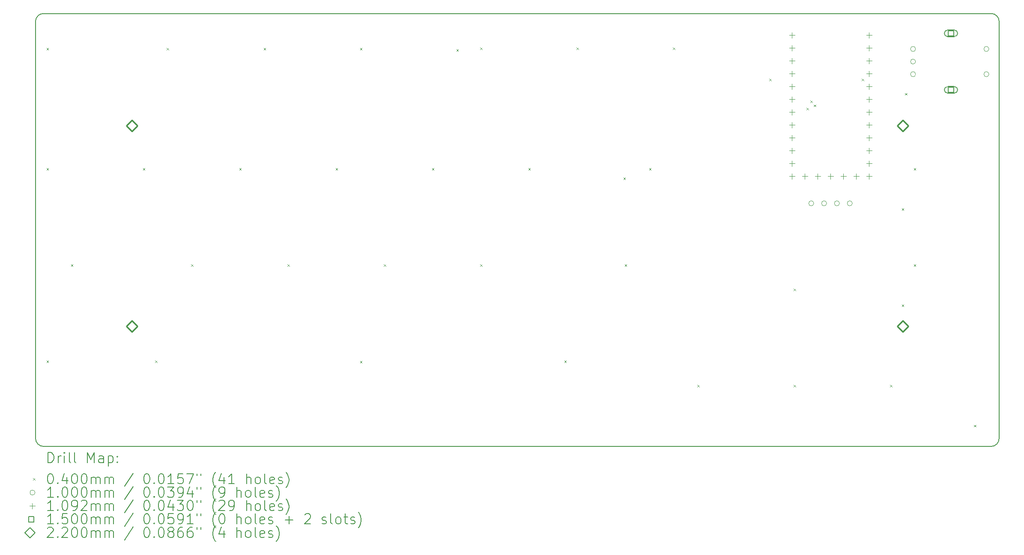
<source format=gbr>
%FSLAX45Y45*%
G04 Gerber Fmt 4.5, Leading zero omitted, Abs format (unit mm)*
G04 Created by KiCad (PCBNEW (6.0.1-0)) date 2022-06-20 08:18:44*
%MOMM*%
%LPD*%
G01*
G04 APERTURE LIST*
%TA.AperFunction,Profile*%
%ADD10C,0.200000*%
%TD*%
%ADD11C,0.200000*%
%ADD12C,0.040000*%
%ADD13C,0.100000*%
%ADD14C,0.109220*%
%ADD15C,0.150000*%
%ADD16C,0.220000*%
G04 APERTURE END LIST*
D10*
X20478750Y-1587500D02*
X20478750Y-9842500D01*
X20320000Y-1428750D02*
X1587500Y-1428750D01*
X1428750Y-9842500D02*
G75*
G03*
X1587500Y-10001250I158750J0D01*
G01*
X20320000Y-10001250D02*
G75*
G03*
X20478750Y-9842500I0J158750D01*
G01*
X1587500Y-10001250D02*
X20320000Y-10001250D01*
X1587500Y-1428750D02*
G75*
G03*
X1428750Y-1587500I0J-158750D01*
G01*
X20478750Y-1587500D02*
G75*
G03*
X20320000Y-1428750I-158750J0D01*
G01*
X1428750Y-1587500D02*
X1428750Y-9842500D01*
D11*
D12*
X1646875Y-2113600D02*
X1686875Y-2153600D01*
X1686875Y-2113600D02*
X1646875Y-2153600D01*
X1646875Y-4488500D02*
X1686875Y-4528500D01*
X1686875Y-4488500D02*
X1646875Y-4528500D01*
X1646875Y-8298500D02*
X1686875Y-8338500D01*
X1686875Y-8298500D02*
X1646875Y-8338500D01*
X2129475Y-6393500D02*
X2169475Y-6433500D01*
X2169475Y-6393500D02*
X2129475Y-6433500D01*
X3551875Y-4488500D02*
X3591875Y-4528500D01*
X3591875Y-4488500D02*
X3551875Y-4528500D01*
X3793175Y-8298500D02*
X3833175Y-8338500D01*
X3833175Y-8298500D02*
X3793175Y-8338500D01*
X4021775Y-2113600D02*
X4061775Y-2153600D01*
X4061775Y-2113600D02*
X4021775Y-2153600D01*
X4504375Y-6393500D02*
X4544375Y-6433500D01*
X4544375Y-6393500D02*
X4504375Y-6433500D01*
X5456875Y-4488500D02*
X5496875Y-4528500D01*
X5496875Y-4488500D02*
X5456875Y-4528500D01*
X5939475Y-2113600D02*
X5979475Y-2153600D01*
X5979475Y-2113600D02*
X5939475Y-2153600D01*
X6409375Y-6393500D02*
X6449375Y-6433500D01*
X6449375Y-6393500D02*
X6409375Y-6433500D01*
X7361875Y-4488500D02*
X7401875Y-4528500D01*
X7401875Y-4488500D02*
X7361875Y-4528500D01*
X7844475Y-2113600D02*
X7884475Y-2153600D01*
X7884475Y-2113600D02*
X7844475Y-2153600D01*
X7844475Y-8311200D02*
X7884475Y-8351200D01*
X7884475Y-8311200D02*
X7844475Y-8351200D01*
X8314375Y-6393500D02*
X8354375Y-6433500D01*
X8354375Y-6393500D02*
X8314375Y-6433500D01*
X9266875Y-4488500D02*
X9306875Y-4528500D01*
X9306875Y-4488500D02*
X9266875Y-4528500D01*
X9749475Y-2139000D02*
X9789475Y-2179000D01*
X9789475Y-2139000D02*
X9749475Y-2179000D01*
X10219375Y-2100900D02*
X10259375Y-2140900D01*
X10259375Y-2100900D02*
X10219375Y-2140900D01*
X10219375Y-6393500D02*
X10259375Y-6433500D01*
X10259375Y-6393500D02*
X10219375Y-6433500D01*
X11171875Y-4488500D02*
X11211875Y-4528500D01*
X11211875Y-4488500D02*
X11171875Y-4528500D01*
X11883075Y-8298500D02*
X11923075Y-8338500D01*
X11923075Y-8298500D02*
X11883075Y-8338500D01*
X12124375Y-2100900D02*
X12164375Y-2140900D01*
X12164375Y-2100900D02*
X12124375Y-2140900D01*
X13051475Y-4679000D02*
X13091475Y-4719000D01*
X13091475Y-4679000D02*
X13051475Y-4719000D01*
X13076875Y-6393500D02*
X13116875Y-6433500D01*
X13116875Y-6393500D02*
X13076875Y-6433500D01*
X13559475Y-4488500D02*
X13599475Y-4528500D01*
X13599475Y-4488500D02*
X13559475Y-4528500D01*
X14029375Y-2100900D02*
X14069375Y-2140900D01*
X14069375Y-2100900D02*
X14029375Y-2140900D01*
X14511975Y-8781100D02*
X14551975Y-8821100D01*
X14551975Y-8781100D02*
X14511975Y-8821100D01*
X15934375Y-2723200D02*
X15974375Y-2763200D01*
X15974375Y-2723200D02*
X15934375Y-2763200D01*
X16416975Y-6876100D02*
X16456975Y-6916100D01*
X16456975Y-6876100D02*
X16416975Y-6916100D01*
X16416975Y-8781100D02*
X16456975Y-8821100D01*
X16456975Y-8781100D02*
X16416975Y-8821100D01*
X16671550Y-3294700D02*
X16711550Y-3334700D01*
X16711550Y-3294700D02*
X16671550Y-3334700D01*
X16747175Y-3155000D02*
X16787175Y-3195000D01*
X16787175Y-3155000D02*
X16747175Y-3195000D01*
X16816450Y-3233048D02*
X16856450Y-3273048D01*
X16856450Y-3233048D02*
X16816450Y-3273048D01*
X17763175Y-2723200D02*
X17803175Y-2763200D01*
X17803175Y-2723200D02*
X17763175Y-2763200D01*
X18321975Y-8781100D02*
X18361975Y-8821100D01*
X18361975Y-8781100D02*
X18321975Y-8821100D01*
X18553750Y-5289375D02*
X18593750Y-5329375D01*
X18593750Y-5289375D02*
X18553750Y-5329375D01*
X18553750Y-7194375D02*
X18593750Y-7234375D01*
X18593750Y-7194375D02*
X18553750Y-7234375D01*
X18617500Y-3005000D02*
X18657500Y-3045000D01*
X18657500Y-3005000D02*
X18617500Y-3045000D01*
X18791875Y-4488500D02*
X18831875Y-4528500D01*
X18831875Y-4488500D02*
X18791875Y-4528500D01*
X18791875Y-6393500D02*
X18831875Y-6433500D01*
X18831875Y-6393500D02*
X18791875Y-6433500D01*
X19982500Y-9575625D02*
X20022500Y-9615625D01*
X20022500Y-9575625D02*
X19982500Y-9615625D01*
D13*
X16814000Y-5188575D02*
G75*
G03*
X16814000Y-5188575I-50000J0D01*
G01*
X17068000Y-5188575D02*
G75*
G03*
X17068000Y-5188575I-50000J0D01*
G01*
X17322000Y-5188575D02*
G75*
G03*
X17322000Y-5188575I-50000J0D01*
G01*
X17576000Y-5188575D02*
G75*
G03*
X17576000Y-5188575I-50000J0D01*
G01*
X18826875Y-2131250D02*
G75*
G03*
X18826875Y-2131250I-50000J0D01*
G01*
X18826875Y-2381250D02*
G75*
G03*
X18826875Y-2381250I-50000J0D01*
G01*
X18826875Y-2631250D02*
G75*
G03*
X18826875Y-2631250I-50000J0D01*
G01*
X20276875Y-2131250D02*
G75*
G03*
X20276875Y-2131250I-50000J0D01*
G01*
X20276875Y-2631250D02*
G75*
G03*
X20276875Y-2631250I-50000J0D01*
G01*
D14*
X16383000Y-1802765D02*
X16383000Y-1911985D01*
X16328390Y-1857375D02*
X16437610Y-1857375D01*
X16383000Y-2056765D02*
X16383000Y-2165985D01*
X16328390Y-2111375D02*
X16437610Y-2111375D01*
X16383000Y-2310765D02*
X16383000Y-2419985D01*
X16328390Y-2365375D02*
X16437610Y-2365375D01*
X16383000Y-2564765D02*
X16383000Y-2673985D01*
X16328390Y-2619375D02*
X16437610Y-2619375D01*
X16383000Y-2818765D02*
X16383000Y-2927985D01*
X16328390Y-2873375D02*
X16437610Y-2873375D01*
X16383000Y-3072765D02*
X16383000Y-3181985D01*
X16328390Y-3127375D02*
X16437610Y-3127375D01*
X16383000Y-3326765D02*
X16383000Y-3435985D01*
X16328390Y-3381375D02*
X16437610Y-3381375D01*
X16383000Y-3580765D02*
X16383000Y-3689985D01*
X16328390Y-3635375D02*
X16437610Y-3635375D01*
X16383000Y-3834765D02*
X16383000Y-3943985D01*
X16328390Y-3889375D02*
X16437610Y-3889375D01*
X16383000Y-4088765D02*
X16383000Y-4197985D01*
X16328390Y-4143375D02*
X16437610Y-4143375D01*
X16383000Y-4342765D02*
X16383000Y-4451985D01*
X16328390Y-4397375D02*
X16437610Y-4397375D01*
X16383000Y-4596765D02*
X16383000Y-4705985D01*
X16328390Y-4651375D02*
X16437610Y-4651375D01*
X16637000Y-4596765D02*
X16637000Y-4705985D01*
X16582390Y-4651375D02*
X16691610Y-4651375D01*
X16891000Y-4596765D02*
X16891000Y-4705985D01*
X16836390Y-4651375D02*
X16945610Y-4651375D01*
X17145000Y-4596765D02*
X17145000Y-4705985D01*
X17090390Y-4651375D02*
X17199610Y-4651375D01*
X17399000Y-4596765D02*
X17399000Y-4705985D01*
X17344390Y-4651375D02*
X17453610Y-4651375D01*
X17653000Y-4596765D02*
X17653000Y-4705985D01*
X17598390Y-4651375D02*
X17707610Y-4651375D01*
X17907000Y-1802765D02*
X17907000Y-1911985D01*
X17852390Y-1857375D02*
X17961610Y-1857375D01*
X17907000Y-2056765D02*
X17907000Y-2165985D01*
X17852390Y-2111375D02*
X17961610Y-2111375D01*
X17907000Y-2310765D02*
X17907000Y-2419985D01*
X17852390Y-2365375D02*
X17961610Y-2365375D01*
X17907000Y-2564765D02*
X17907000Y-2673985D01*
X17852390Y-2619375D02*
X17961610Y-2619375D01*
X17907000Y-2818765D02*
X17907000Y-2927985D01*
X17852390Y-2873375D02*
X17961610Y-2873375D01*
X17907000Y-3072765D02*
X17907000Y-3181985D01*
X17852390Y-3127375D02*
X17961610Y-3127375D01*
X17907000Y-3326765D02*
X17907000Y-3435985D01*
X17852390Y-3381375D02*
X17961610Y-3381375D01*
X17907000Y-3580765D02*
X17907000Y-3689985D01*
X17852390Y-3635375D02*
X17961610Y-3635375D01*
X17907000Y-3834765D02*
X17907000Y-3943985D01*
X17852390Y-3889375D02*
X17961610Y-3889375D01*
X17907000Y-4088765D02*
X17907000Y-4197985D01*
X17852390Y-4143375D02*
X17961610Y-4143375D01*
X17907000Y-4342765D02*
X17907000Y-4451985D01*
X17852390Y-4397375D02*
X17961610Y-4397375D01*
X17907000Y-4596765D02*
X17907000Y-4705985D01*
X17852390Y-4651375D02*
X17961610Y-4651375D01*
D15*
X19579909Y-1874283D02*
X19579909Y-1768216D01*
X19473842Y-1768216D01*
X19473842Y-1874283D01*
X19579909Y-1874283D01*
D11*
X19461875Y-1886250D02*
X19591875Y-1886250D01*
X19461875Y-1756250D02*
X19591875Y-1756250D01*
X19591875Y-1886250D02*
G75*
G03*
X19591875Y-1756250I0J65000D01*
G01*
X19461875Y-1756250D02*
G75*
G03*
X19461875Y-1886250I0J-65000D01*
G01*
D15*
X19579909Y-2994283D02*
X19579909Y-2888216D01*
X19473842Y-2888216D01*
X19473842Y-2994283D01*
X19579909Y-2994283D01*
D11*
X19461875Y-3006250D02*
X19591875Y-3006250D01*
X19461875Y-2876250D02*
X19591875Y-2876250D01*
X19591875Y-3006250D02*
G75*
G03*
X19591875Y-2876250I0J65000D01*
G01*
X19461875Y-2876250D02*
G75*
G03*
X19461875Y-3006250I0J-65000D01*
G01*
D16*
X3333750Y-3761250D02*
X3443750Y-3651250D01*
X3333750Y-3541250D01*
X3223750Y-3651250D01*
X3333750Y-3761250D01*
X3333750Y-7730000D02*
X3443750Y-7620000D01*
X3333750Y-7510000D01*
X3223750Y-7620000D01*
X3333750Y-7730000D01*
X18573750Y-3761250D02*
X18683750Y-3651250D01*
X18573750Y-3541250D01*
X18463750Y-3651250D01*
X18573750Y-3761250D01*
X18573750Y-7730000D02*
X18683750Y-7620000D01*
X18573750Y-7510000D01*
X18463750Y-7620000D01*
X18573750Y-7730000D01*
D11*
X1676369Y-10321726D02*
X1676369Y-10121726D01*
X1723988Y-10121726D01*
X1752559Y-10131250D01*
X1771607Y-10150298D01*
X1781131Y-10169345D01*
X1790655Y-10207440D01*
X1790655Y-10236012D01*
X1781131Y-10274107D01*
X1771607Y-10293155D01*
X1752559Y-10312202D01*
X1723988Y-10321726D01*
X1676369Y-10321726D01*
X1876369Y-10321726D02*
X1876369Y-10188393D01*
X1876369Y-10226488D02*
X1885893Y-10207440D01*
X1895417Y-10197917D01*
X1914464Y-10188393D01*
X1933512Y-10188393D01*
X2000178Y-10321726D02*
X2000178Y-10188393D01*
X2000178Y-10121726D02*
X1990655Y-10131250D01*
X2000178Y-10140774D01*
X2009702Y-10131250D01*
X2000178Y-10121726D01*
X2000178Y-10140774D01*
X2123988Y-10321726D02*
X2104940Y-10312202D01*
X2095417Y-10293155D01*
X2095417Y-10121726D01*
X2228750Y-10321726D02*
X2209702Y-10312202D01*
X2200179Y-10293155D01*
X2200179Y-10121726D01*
X2457321Y-10321726D02*
X2457321Y-10121726D01*
X2523988Y-10264583D01*
X2590655Y-10121726D01*
X2590655Y-10321726D01*
X2771607Y-10321726D02*
X2771607Y-10216964D01*
X2762083Y-10197917D01*
X2743036Y-10188393D01*
X2704940Y-10188393D01*
X2685893Y-10197917D01*
X2771607Y-10312202D02*
X2752560Y-10321726D01*
X2704940Y-10321726D01*
X2685893Y-10312202D01*
X2676369Y-10293155D01*
X2676369Y-10274107D01*
X2685893Y-10255060D01*
X2704940Y-10245536D01*
X2752560Y-10245536D01*
X2771607Y-10236012D01*
X2866845Y-10188393D02*
X2866845Y-10388393D01*
X2866845Y-10197917D02*
X2885893Y-10188393D01*
X2923988Y-10188393D01*
X2943036Y-10197917D01*
X2952559Y-10207440D01*
X2962083Y-10226488D01*
X2962083Y-10283631D01*
X2952559Y-10302679D01*
X2943036Y-10312202D01*
X2923988Y-10321726D01*
X2885893Y-10321726D01*
X2866845Y-10312202D01*
X3047798Y-10302679D02*
X3057321Y-10312202D01*
X3047798Y-10321726D01*
X3038274Y-10312202D01*
X3047798Y-10302679D01*
X3047798Y-10321726D01*
X3047798Y-10197917D02*
X3057321Y-10207440D01*
X3047798Y-10216964D01*
X3038274Y-10207440D01*
X3047798Y-10197917D01*
X3047798Y-10216964D01*
D12*
X1378750Y-10631250D02*
X1418750Y-10671250D01*
X1418750Y-10631250D02*
X1378750Y-10671250D01*
D11*
X1714464Y-10541726D02*
X1733512Y-10541726D01*
X1752559Y-10551250D01*
X1762083Y-10560774D01*
X1771607Y-10579821D01*
X1781131Y-10617917D01*
X1781131Y-10665536D01*
X1771607Y-10703631D01*
X1762083Y-10722679D01*
X1752559Y-10732202D01*
X1733512Y-10741726D01*
X1714464Y-10741726D01*
X1695417Y-10732202D01*
X1685893Y-10722679D01*
X1676369Y-10703631D01*
X1666845Y-10665536D01*
X1666845Y-10617917D01*
X1676369Y-10579821D01*
X1685893Y-10560774D01*
X1695417Y-10551250D01*
X1714464Y-10541726D01*
X1866845Y-10722679D02*
X1876369Y-10732202D01*
X1866845Y-10741726D01*
X1857321Y-10732202D01*
X1866845Y-10722679D01*
X1866845Y-10741726D01*
X2047798Y-10608393D02*
X2047798Y-10741726D01*
X2000178Y-10532202D02*
X1952559Y-10675060D01*
X2076369Y-10675060D01*
X2190655Y-10541726D02*
X2209702Y-10541726D01*
X2228750Y-10551250D01*
X2238274Y-10560774D01*
X2247798Y-10579821D01*
X2257321Y-10617917D01*
X2257321Y-10665536D01*
X2247798Y-10703631D01*
X2238274Y-10722679D01*
X2228750Y-10732202D01*
X2209702Y-10741726D01*
X2190655Y-10741726D01*
X2171607Y-10732202D01*
X2162083Y-10722679D01*
X2152560Y-10703631D01*
X2143036Y-10665536D01*
X2143036Y-10617917D01*
X2152560Y-10579821D01*
X2162083Y-10560774D01*
X2171607Y-10551250D01*
X2190655Y-10541726D01*
X2381131Y-10541726D02*
X2400179Y-10541726D01*
X2419226Y-10551250D01*
X2428750Y-10560774D01*
X2438274Y-10579821D01*
X2447798Y-10617917D01*
X2447798Y-10665536D01*
X2438274Y-10703631D01*
X2428750Y-10722679D01*
X2419226Y-10732202D01*
X2400179Y-10741726D01*
X2381131Y-10741726D01*
X2362083Y-10732202D01*
X2352560Y-10722679D01*
X2343036Y-10703631D01*
X2333512Y-10665536D01*
X2333512Y-10617917D01*
X2343036Y-10579821D01*
X2352560Y-10560774D01*
X2362083Y-10551250D01*
X2381131Y-10541726D01*
X2533512Y-10741726D02*
X2533512Y-10608393D01*
X2533512Y-10627440D02*
X2543036Y-10617917D01*
X2562083Y-10608393D01*
X2590655Y-10608393D01*
X2609702Y-10617917D01*
X2619226Y-10636964D01*
X2619226Y-10741726D01*
X2619226Y-10636964D02*
X2628750Y-10617917D01*
X2647798Y-10608393D01*
X2676369Y-10608393D01*
X2695417Y-10617917D01*
X2704940Y-10636964D01*
X2704940Y-10741726D01*
X2800178Y-10741726D02*
X2800178Y-10608393D01*
X2800178Y-10627440D02*
X2809702Y-10617917D01*
X2828750Y-10608393D01*
X2857321Y-10608393D01*
X2876369Y-10617917D01*
X2885893Y-10636964D01*
X2885893Y-10741726D01*
X2885893Y-10636964D02*
X2895417Y-10617917D01*
X2914464Y-10608393D01*
X2943036Y-10608393D01*
X2962083Y-10617917D01*
X2971607Y-10636964D01*
X2971607Y-10741726D01*
X3362083Y-10532202D02*
X3190655Y-10789345D01*
X3619226Y-10541726D02*
X3638274Y-10541726D01*
X3657321Y-10551250D01*
X3666845Y-10560774D01*
X3676369Y-10579821D01*
X3685893Y-10617917D01*
X3685893Y-10665536D01*
X3676369Y-10703631D01*
X3666845Y-10722679D01*
X3657321Y-10732202D01*
X3638274Y-10741726D01*
X3619226Y-10741726D01*
X3600178Y-10732202D01*
X3590655Y-10722679D01*
X3581131Y-10703631D01*
X3571607Y-10665536D01*
X3571607Y-10617917D01*
X3581131Y-10579821D01*
X3590655Y-10560774D01*
X3600178Y-10551250D01*
X3619226Y-10541726D01*
X3771607Y-10722679D02*
X3781131Y-10732202D01*
X3771607Y-10741726D01*
X3762083Y-10732202D01*
X3771607Y-10722679D01*
X3771607Y-10741726D01*
X3904940Y-10541726D02*
X3923988Y-10541726D01*
X3943036Y-10551250D01*
X3952559Y-10560774D01*
X3962083Y-10579821D01*
X3971607Y-10617917D01*
X3971607Y-10665536D01*
X3962083Y-10703631D01*
X3952559Y-10722679D01*
X3943036Y-10732202D01*
X3923988Y-10741726D01*
X3904940Y-10741726D01*
X3885893Y-10732202D01*
X3876369Y-10722679D01*
X3866845Y-10703631D01*
X3857321Y-10665536D01*
X3857321Y-10617917D01*
X3866845Y-10579821D01*
X3876369Y-10560774D01*
X3885893Y-10551250D01*
X3904940Y-10541726D01*
X4162083Y-10741726D02*
X4047798Y-10741726D01*
X4104940Y-10741726D02*
X4104940Y-10541726D01*
X4085893Y-10570298D01*
X4066845Y-10589345D01*
X4047798Y-10598869D01*
X4343036Y-10541726D02*
X4247798Y-10541726D01*
X4238274Y-10636964D01*
X4247798Y-10627440D01*
X4266845Y-10617917D01*
X4314464Y-10617917D01*
X4333512Y-10627440D01*
X4343036Y-10636964D01*
X4352560Y-10656012D01*
X4352560Y-10703631D01*
X4343036Y-10722679D01*
X4333512Y-10732202D01*
X4314464Y-10741726D01*
X4266845Y-10741726D01*
X4247798Y-10732202D01*
X4238274Y-10722679D01*
X4419226Y-10541726D02*
X4552560Y-10541726D01*
X4466845Y-10741726D01*
X4619226Y-10541726D02*
X4619226Y-10579821D01*
X4695417Y-10541726D02*
X4695417Y-10579821D01*
X4990655Y-10817917D02*
X4981131Y-10808393D01*
X4962083Y-10779821D01*
X4952560Y-10760774D01*
X4943036Y-10732202D01*
X4933512Y-10684583D01*
X4933512Y-10646488D01*
X4943036Y-10598869D01*
X4952560Y-10570298D01*
X4962083Y-10551250D01*
X4981131Y-10522679D01*
X4990655Y-10513155D01*
X5152560Y-10608393D02*
X5152560Y-10741726D01*
X5104940Y-10532202D02*
X5057321Y-10675060D01*
X5181131Y-10675060D01*
X5362083Y-10741726D02*
X5247798Y-10741726D01*
X5304940Y-10741726D02*
X5304940Y-10541726D01*
X5285893Y-10570298D01*
X5266845Y-10589345D01*
X5247798Y-10598869D01*
X5600178Y-10741726D02*
X5600178Y-10541726D01*
X5685893Y-10741726D02*
X5685893Y-10636964D01*
X5676369Y-10617917D01*
X5657321Y-10608393D01*
X5628750Y-10608393D01*
X5609702Y-10617917D01*
X5600178Y-10627440D01*
X5809702Y-10741726D02*
X5790655Y-10732202D01*
X5781131Y-10722679D01*
X5771607Y-10703631D01*
X5771607Y-10646488D01*
X5781131Y-10627440D01*
X5790655Y-10617917D01*
X5809702Y-10608393D01*
X5838274Y-10608393D01*
X5857321Y-10617917D01*
X5866845Y-10627440D01*
X5876369Y-10646488D01*
X5876369Y-10703631D01*
X5866845Y-10722679D01*
X5857321Y-10732202D01*
X5838274Y-10741726D01*
X5809702Y-10741726D01*
X5990655Y-10741726D02*
X5971607Y-10732202D01*
X5962083Y-10713155D01*
X5962083Y-10541726D01*
X6143036Y-10732202D02*
X6123988Y-10741726D01*
X6085893Y-10741726D01*
X6066845Y-10732202D01*
X6057321Y-10713155D01*
X6057321Y-10636964D01*
X6066845Y-10617917D01*
X6085893Y-10608393D01*
X6123988Y-10608393D01*
X6143036Y-10617917D01*
X6152559Y-10636964D01*
X6152559Y-10656012D01*
X6057321Y-10675060D01*
X6228750Y-10732202D02*
X6247798Y-10741726D01*
X6285893Y-10741726D01*
X6304940Y-10732202D01*
X6314464Y-10713155D01*
X6314464Y-10703631D01*
X6304940Y-10684583D01*
X6285893Y-10675060D01*
X6257321Y-10675060D01*
X6238274Y-10665536D01*
X6228750Y-10646488D01*
X6228750Y-10636964D01*
X6238274Y-10617917D01*
X6257321Y-10608393D01*
X6285893Y-10608393D01*
X6304940Y-10617917D01*
X6381131Y-10817917D02*
X6390655Y-10808393D01*
X6409702Y-10779821D01*
X6419226Y-10760774D01*
X6428750Y-10732202D01*
X6438274Y-10684583D01*
X6438274Y-10646488D01*
X6428750Y-10598869D01*
X6419226Y-10570298D01*
X6409702Y-10551250D01*
X6390655Y-10522679D01*
X6381131Y-10513155D01*
D13*
X1418750Y-10915250D02*
G75*
G03*
X1418750Y-10915250I-50000J0D01*
G01*
D11*
X1781131Y-11005726D02*
X1666845Y-11005726D01*
X1723988Y-11005726D02*
X1723988Y-10805726D01*
X1704940Y-10834298D01*
X1685893Y-10853345D01*
X1666845Y-10862869D01*
X1866845Y-10986679D02*
X1876369Y-10996202D01*
X1866845Y-11005726D01*
X1857321Y-10996202D01*
X1866845Y-10986679D01*
X1866845Y-11005726D01*
X2000178Y-10805726D02*
X2019226Y-10805726D01*
X2038274Y-10815250D01*
X2047798Y-10824774D01*
X2057321Y-10843821D01*
X2066845Y-10881917D01*
X2066845Y-10929536D01*
X2057321Y-10967631D01*
X2047798Y-10986679D01*
X2038274Y-10996202D01*
X2019226Y-11005726D01*
X2000178Y-11005726D01*
X1981131Y-10996202D01*
X1971607Y-10986679D01*
X1962083Y-10967631D01*
X1952559Y-10929536D01*
X1952559Y-10881917D01*
X1962083Y-10843821D01*
X1971607Y-10824774D01*
X1981131Y-10815250D01*
X2000178Y-10805726D01*
X2190655Y-10805726D02*
X2209702Y-10805726D01*
X2228750Y-10815250D01*
X2238274Y-10824774D01*
X2247798Y-10843821D01*
X2257321Y-10881917D01*
X2257321Y-10929536D01*
X2247798Y-10967631D01*
X2238274Y-10986679D01*
X2228750Y-10996202D01*
X2209702Y-11005726D01*
X2190655Y-11005726D01*
X2171607Y-10996202D01*
X2162083Y-10986679D01*
X2152560Y-10967631D01*
X2143036Y-10929536D01*
X2143036Y-10881917D01*
X2152560Y-10843821D01*
X2162083Y-10824774D01*
X2171607Y-10815250D01*
X2190655Y-10805726D01*
X2381131Y-10805726D02*
X2400179Y-10805726D01*
X2419226Y-10815250D01*
X2428750Y-10824774D01*
X2438274Y-10843821D01*
X2447798Y-10881917D01*
X2447798Y-10929536D01*
X2438274Y-10967631D01*
X2428750Y-10986679D01*
X2419226Y-10996202D01*
X2400179Y-11005726D01*
X2381131Y-11005726D01*
X2362083Y-10996202D01*
X2352560Y-10986679D01*
X2343036Y-10967631D01*
X2333512Y-10929536D01*
X2333512Y-10881917D01*
X2343036Y-10843821D01*
X2352560Y-10824774D01*
X2362083Y-10815250D01*
X2381131Y-10805726D01*
X2533512Y-11005726D02*
X2533512Y-10872393D01*
X2533512Y-10891440D02*
X2543036Y-10881917D01*
X2562083Y-10872393D01*
X2590655Y-10872393D01*
X2609702Y-10881917D01*
X2619226Y-10900964D01*
X2619226Y-11005726D01*
X2619226Y-10900964D02*
X2628750Y-10881917D01*
X2647798Y-10872393D01*
X2676369Y-10872393D01*
X2695417Y-10881917D01*
X2704940Y-10900964D01*
X2704940Y-11005726D01*
X2800178Y-11005726D02*
X2800178Y-10872393D01*
X2800178Y-10891440D02*
X2809702Y-10881917D01*
X2828750Y-10872393D01*
X2857321Y-10872393D01*
X2876369Y-10881917D01*
X2885893Y-10900964D01*
X2885893Y-11005726D01*
X2885893Y-10900964D02*
X2895417Y-10881917D01*
X2914464Y-10872393D01*
X2943036Y-10872393D01*
X2962083Y-10881917D01*
X2971607Y-10900964D01*
X2971607Y-11005726D01*
X3362083Y-10796202D02*
X3190655Y-11053345D01*
X3619226Y-10805726D02*
X3638274Y-10805726D01*
X3657321Y-10815250D01*
X3666845Y-10824774D01*
X3676369Y-10843821D01*
X3685893Y-10881917D01*
X3685893Y-10929536D01*
X3676369Y-10967631D01*
X3666845Y-10986679D01*
X3657321Y-10996202D01*
X3638274Y-11005726D01*
X3619226Y-11005726D01*
X3600178Y-10996202D01*
X3590655Y-10986679D01*
X3581131Y-10967631D01*
X3571607Y-10929536D01*
X3571607Y-10881917D01*
X3581131Y-10843821D01*
X3590655Y-10824774D01*
X3600178Y-10815250D01*
X3619226Y-10805726D01*
X3771607Y-10986679D02*
X3781131Y-10996202D01*
X3771607Y-11005726D01*
X3762083Y-10996202D01*
X3771607Y-10986679D01*
X3771607Y-11005726D01*
X3904940Y-10805726D02*
X3923988Y-10805726D01*
X3943036Y-10815250D01*
X3952559Y-10824774D01*
X3962083Y-10843821D01*
X3971607Y-10881917D01*
X3971607Y-10929536D01*
X3962083Y-10967631D01*
X3952559Y-10986679D01*
X3943036Y-10996202D01*
X3923988Y-11005726D01*
X3904940Y-11005726D01*
X3885893Y-10996202D01*
X3876369Y-10986679D01*
X3866845Y-10967631D01*
X3857321Y-10929536D01*
X3857321Y-10881917D01*
X3866845Y-10843821D01*
X3876369Y-10824774D01*
X3885893Y-10815250D01*
X3904940Y-10805726D01*
X4038274Y-10805726D02*
X4162083Y-10805726D01*
X4095417Y-10881917D01*
X4123988Y-10881917D01*
X4143036Y-10891440D01*
X4152559Y-10900964D01*
X4162083Y-10920012D01*
X4162083Y-10967631D01*
X4152559Y-10986679D01*
X4143036Y-10996202D01*
X4123988Y-11005726D01*
X4066845Y-11005726D01*
X4047798Y-10996202D01*
X4038274Y-10986679D01*
X4257321Y-11005726D02*
X4295417Y-11005726D01*
X4314464Y-10996202D01*
X4323988Y-10986679D01*
X4343036Y-10958107D01*
X4352560Y-10920012D01*
X4352560Y-10843821D01*
X4343036Y-10824774D01*
X4333512Y-10815250D01*
X4314464Y-10805726D01*
X4276369Y-10805726D01*
X4257321Y-10815250D01*
X4247798Y-10824774D01*
X4238274Y-10843821D01*
X4238274Y-10891440D01*
X4247798Y-10910488D01*
X4257321Y-10920012D01*
X4276369Y-10929536D01*
X4314464Y-10929536D01*
X4333512Y-10920012D01*
X4343036Y-10910488D01*
X4352560Y-10891440D01*
X4523988Y-10872393D02*
X4523988Y-11005726D01*
X4476369Y-10796202D02*
X4428750Y-10939060D01*
X4552560Y-10939060D01*
X4619226Y-10805726D02*
X4619226Y-10843821D01*
X4695417Y-10805726D02*
X4695417Y-10843821D01*
X4990655Y-11081917D02*
X4981131Y-11072393D01*
X4962083Y-11043821D01*
X4952560Y-11024774D01*
X4943036Y-10996202D01*
X4933512Y-10948583D01*
X4933512Y-10910488D01*
X4943036Y-10862869D01*
X4952560Y-10834298D01*
X4962083Y-10815250D01*
X4981131Y-10786679D01*
X4990655Y-10777155D01*
X5076369Y-11005726D02*
X5114464Y-11005726D01*
X5133512Y-10996202D01*
X5143036Y-10986679D01*
X5162083Y-10958107D01*
X5171607Y-10920012D01*
X5171607Y-10843821D01*
X5162083Y-10824774D01*
X5152560Y-10815250D01*
X5133512Y-10805726D01*
X5095417Y-10805726D01*
X5076369Y-10815250D01*
X5066845Y-10824774D01*
X5057321Y-10843821D01*
X5057321Y-10891440D01*
X5066845Y-10910488D01*
X5076369Y-10920012D01*
X5095417Y-10929536D01*
X5133512Y-10929536D01*
X5152560Y-10920012D01*
X5162083Y-10910488D01*
X5171607Y-10891440D01*
X5409702Y-11005726D02*
X5409702Y-10805726D01*
X5495417Y-11005726D02*
X5495417Y-10900964D01*
X5485893Y-10881917D01*
X5466845Y-10872393D01*
X5438274Y-10872393D01*
X5419226Y-10881917D01*
X5409702Y-10891440D01*
X5619226Y-11005726D02*
X5600178Y-10996202D01*
X5590655Y-10986679D01*
X5581131Y-10967631D01*
X5581131Y-10910488D01*
X5590655Y-10891440D01*
X5600178Y-10881917D01*
X5619226Y-10872393D01*
X5647798Y-10872393D01*
X5666845Y-10881917D01*
X5676369Y-10891440D01*
X5685893Y-10910488D01*
X5685893Y-10967631D01*
X5676369Y-10986679D01*
X5666845Y-10996202D01*
X5647798Y-11005726D01*
X5619226Y-11005726D01*
X5800178Y-11005726D02*
X5781131Y-10996202D01*
X5771607Y-10977155D01*
X5771607Y-10805726D01*
X5952559Y-10996202D02*
X5933512Y-11005726D01*
X5895417Y-11005726D01*
X5876369Y-10996202D01*
X5866845Y-10977155D01*
X5866845Y-10900964D01*
X5876369Y-10881917D01*
X5895417Y-10872393D01*
X5933512Y-10872393D01*
X5952559Y-10881917D01*
X5962083Y-10900964D01*
X5962083Y-10920012D01*
X5866845Y-10939060D01*
X6038274Y-10996202D02*
X6057321Y-11005726D01*
X6095417Y-11005726D01*
X6114464Y-10996202D01*
X6123988Y-10977155D01*
X6123988Y-10967631D01*
X6114464Y-10948583D01*
X6095417Y-10939060D01*
X6066845Y-10939060D01*
X6047798Y-10929536D01*
X6038274Y-10910488D01*
X6038274Y-10900964D01*
X6047798Y-10881917D01*
X6066845Y-10872393D01*
X6095417Y-10872393D01*
X6114464Y-10881917D01*
X6190655Y-11081917D02*
X6200178Y-11072393D01*
X6219226Y-11043821D01*
X6228750Y-11024774D01*
X6238274Y-10996202D01*
X6247798Y-10948583D01*
X6247798Y-10910488D01*
X6238274Y-10862869D01*
X6228750Y-10834298D01*
X6219226Y-10815250D01*
X6200178Y-10786679D01*
X6190655Y-10777155D01*
D14*
X1364140Y-11124640D02*
X1364140Y-11233860D01*
X1309530Y-11179250D02*
X1418750Y-11179250D01*
D11*
X1781131Y-11269726D02*
X1666845Y-11269726D01*
X1723988Y-11269726D02*
X1723988Y-11069726D01*
X1704940Y-11098298D01*
X1685893Y-11117345D01*
X1666845Y-11126869D01*
X1866845Y-11250678D02*
X1876369Y-11260202D01*
X1866845Y-11269726D01*
X1857321Y-11260202D01*
X1866845Y-11250678D01*
X1866845Y-11269726D01*
X2000178Y-11069726D02*
X2019226Y-11069726D01*
X2038274Y-11079250D01*
X2047798Y-11088774D01*
X2057321Y-11107821D01*
X2066845Y-11145917D01*
X2066845Y-11193536D01*
X2057321Y-11231631D01*
X2047798Y-11250678D01*
X2038274Y-11260202D01*
X2019226Y-11269726D01*
X2000178Y-11269726D01*
X1981131Y-11260202D01*
X1971607Y-11250678D01*
X1962083Y-11231631D01*
X1952559Y-11193536D01*
X1952559Y-11145917D01*
X1962083Y-11107821D01*
X1971607Y-11088774D01*
X1981131Y-11079250D01*
X2000178Y-11069726D01*
X2162083Y-11269726D02*
X2200179Y-11269726D01*
X2219226Y-11260202D01*
X2228750Y-11250678D01*
X2247798Y-11222107D01*
X2257321Y-11184012D01*
X2257321Y-11107821D01*
X2247798Y-11088774D01*
X2238274Y-11079250D01*
X2219226Y-11069726D01*
X2181131Y-11069726D01*
X2162083Y-11079250D01*
X2152560Y-11088774D01*
X2143036Y-11107821D01*
X2143036Y-11155440D01*
X2152560Y-11174488D01*
X2162083Y-11184012D01*
X2181131Y-11193536D01*
X2219226Y-11193536D01*
X2238274Y-11184012D01*
X2247798Y-11174488D01*
X2257321Y-11155440D01*
X2333512Y-11088774D02*
X2343036Y-11079250D01*
X2362083Y-11069726D01*
X2409702Y-11069726D01*
X2428750Y-11079250D01*
X2438274Y-11088774D01*
X2447798Y-11107821D01*
X2447798Y-11126869D01*
X2438274Y-11155440D01*
X2323988Y-11269726D01*
X2447798Y-11269726D01*
X2533512Y-11269726D02*
X2533512Y-11136393D01*
X2533512Y-11155440D02*
X2543036Y-11145917D01*
X2562083Y-11136393D01*
X2590655Y-11136393D01*
X2609702Y-11145917D01*
X2619226Y-11164964D01*
X2619226Y-11269726D01*
X2619226Y-11164964D02*
X2628750Y-11145917D01*
X2647798Y-11136393D01*
X2676369Y-11136393D01*
X2695417Y-11145917D01*
X2704940Y-11164964D01*
X2704940Y-11269726D01*
X2800178Y-11269726D02*
X2800178Y-11136393D01*
X2800178Y-11155440D02*
X2809702Y-11145917D01*
X2828750Y-11136393D01*
X2857321Y-11136393D01*
X2876369Y-11145917D01*
X2885893Y-11164964D01*
X2885893Y-11269726D01*
X2885893Y-11164964D02*
X2895417Y-11145917D01*
X2914464Y-11136393D01*
X2943036Y-11136393D01*
X2962083Y-11145917D01*
X2971607Y-11164964D01*
X2971607Y-11269726D01*
X3362083Y-11060202D02*
X3190655Y-11317345D01*
X3619226Y-11069726D02*
X3638274Y-11069726D01*
X3657321Y-11079250D01*
X3666845Y-11088774D01*
X3676369Y-11107821D01*
X3685893Y-11145917D01*
X3685893Y-11193536D01*
X3676369Y-11231631D01*
X3666845Y-11250678D01*
X3657321Y-11260202D01*
X3638274Y-11269726D01*
X3619226Y-11269726D01*
X3600178Y-11260202D01*
X3590655Y-11250678D01*
X3581131Y-11231631D01*
X3571607Y-11193536D01*
X3571607Y-11145917D01*
X3581131Y-11107821D01*
X3590655Y-11088774D01*
X3600178Y-11079250D01*
X3619226Y-11069726D01*
X3771607Y-11250678D02*
X3781131Y-11260202D01*
X3771607Y-11269726D01*
X3762083Y-11260202D01*
X3771607Y-11250678D01*
X3771607Y-11269726D01*
X3904940Y-11069726D02*
X3923988Y-11069726D01*
X3943036Y-11079250D01*
X3952559Y-11088774D01*
X3962083Y-11107821D01*
X3971607Y-11145917D01*
X3971607Y-11193536D01*
X3962083Y-11231631D01*
X3952559Y-11250678D01*
X3943036Y-11260202D01*
X3923988Y-11269726D01*
X3904940Y-11269726D01*
X3885893Y-11260202D01*
X3876369Y-11250678D01*
X3866845Y-11231631D01*
X3857321Y-11193536D01*
X3857321Y-11145917D01*
X3866845Y-11107821D01*
X3876369Y-11088774D01*
X3885893Y-11079250D01*
X3904940Y-11069726D01*
X4143036Y-11136393D02*
X4143036Y-11269726D01*
X4095417Y-11060202D02*
X4047798Y-11203059D01*
X4171607Y-11203059D01*
X4228750Y-11069726D02*
X4352560Y-11069726D01*
X4285893Y-11145917D01*
X4314464Y-11145917D01*
X4333512Y-11155440D01*
X4343036Y-11164964D01*
X4352560Y-11184012D01*
X4352560Y-11231631D01*
X4343036Y-11250678D01*
X4333512Y-11260202D01*
X4314464Y-11269726D01*
X4257321Y-11269726D01*
X4238274Y-11260202D01*
X4228750Y-11250678D01*
X4476369Y-11069726D02*
X4495417Y-11069726D01*
X4514464Y-11079250D01*
X4523988Y-11088774D01*
X4533512Y-11107821D01*
X4543036Y-11145917D01*
X4543036Y-11193536D01*
X4533512Y-11231631D01*
X4523988Y-11250678D01*
X4514464Y-11260202D01*
X4495417Y-11269726D01*
X4476369Y-11269726D01*
X4457321Y-11260202D01*
X4447798Y-11250678D01*
X4438274Y-11231631D01*
X4428750Y-11193536D01*
X4428750Y-11145917D01*
X4438274Y-11107821D01*
X4447798Y-11088774D01*
X4457321Y-11079250D01*
X4476369Y-11069726D01*
X4619226Y-11069726D02*
X4619226Y-11107821D01*
X4695417Y-11069726D02*
X4695417Y-11107821D01*
X4990655Y-11345917D02*
X4981131Y-11336393D01*
X4962083Y-11307821D01*
X4952560Y-11288774D01*
X4943036Y-11260202D01*
X4933512Y-11212583D01*
X4933512Y-11174488D01*
X4943036Y-11126869D01*
X4952560Y-11098298D01*
X4962083Y-11079250D01*
X4981131Y-11050679D01*
X4990655Y-11041155D01*
X5057321Y-11088774D02*
X5066845Y-11079250D01*
X5085893Y-11069726D01*
X5133512Y-11069726D01*
X5152560Y-11079250D01*
X5162083Y-11088774D01*
X5171607Y-11107821D01*
X5171607Y-11126869D01*
X5162083Y-11155440D01*
X5047798Y-11269726D01*
X5171607Y-11269726D01*
X5266845Y-11269726D02*
X5304940Y-11269726D01*
X5323988Y-11260202D01*
X5333512Y-11250678D01*
X5352560Y-11222107D01*
X5362083Y-11184012D01*
X5362083Y-11107821D01*
X5352560Y-11088774D01*
X5343036Y-11079250D01*
X5323988Y-11069726D01*
X5285893Y-11069726D01*
X5266845Y-11079250D01*
X5257321Y-11088774D01*
X5247798Y-11107821D01*
X5247798Y-11155440D01*
X5257321Y-11174488D01*
X5266845Y-11184012D01*
X5285893Y-11193536D01*
X5323988Y-11193536D01*
X5343036Y-11184012D01*
X5352560Y-11174488D01*
X5362083Y-11155440D01*
X5600178Y-11269726D02*
X5600178Y-11069726D01*
X5685893Y-11269726D02*
X5685893Y-11164964D01*
X5676369Y-11145917D01*
X5657321Y-11136393D01*
X5628750Y-11136393D01*
X5609702Y-11145917D01*
X5600178Y-11155440D01*
X5809702Y-11269726D02*
X5790655Y-11260202D01*
X5781131Y-11250678D01*
X5771607Y-11231631D01*
X5771607Y-11174488D01*
X5781131Y-11155440D01*
X5790655Y-11145917D01*
X5809702Y-11136393D01*
X5838274Y-11136393D01*
X5857321Y-11145917D01*
X5866845Y-11155440D01*
X5876369Y-11174488D01*
X5876369Y-11231631D01*
X5866845Y-11250678D01*
X5857321Y-11260202D01*
X5838274Y-11269726D01*
X5809702Y-11269726D01*
X5990655Y-11269726D02*
X5971607Y-11260202D01*
X5962083Y-11241155D01*
X5962083Y-11069726D01*
X6143036Y-11260202D02*
X6123988Y-11269726D01*
X6085893Y-11269726D01*
X6066845Y-11260202D01*
X6057321Y-11241155D01*
X6057321Y-11164964D01*
X6066845Y-11145917D01*
X6085893Y-11136393D01*
X6123988Y-11136393D01*
X6143036Y-11145917D01*
X6152559Y-11164964D01*
X6152559Y-11184012D01*
X6057321Y-11203059D01*
X6228750Y-11260202D02*
X6247798Y-11269726D01*
X6285893Y-11269726D01*
X6304940Y-11260202D01*
X6314464Y-11241155D01*
X6314464Y-11231631D01*
X6304940Y-11212583D01*
X6285893Y-11203059D01*
X6257321Y-11203059D01*
X6238274Y-11193536D01*
X6228750Y-11174488D01*
X6228750Y-11164964D01*
X6238274Y-11145917D01*
X6257321Y-11136393D01*
X6285893Y-11136393D01*
X6304940Y-11145917D01*
X6381131Y-11345917D02*
X6390655Y-11336393D01*
X6409702Y-11307821D01*
X6419226Y-11288774D01*
X6428750Y-11260202D01*
X6438274Y-11212583D01*
X6438274Y-11174488D01*
X6428750Y-11126869D01*
X6419226Y-11098298D01*
X6409702Y-11079250D01*
X6390655Y-11050679D01*
X6381131Y-11041155D01*
D15*
X1396784Y-11496283D02*
X1396784Y-11390216D01*
X1290717Y-11390216D01*
X1290717Y-11496283D01*
X1396784Y-11496283D01*
D11*
X1781131Y-11533726D02*
X1666845Y-11533726D01*
X1723988Y-11533726D02*
X1723988Y-11333726D01*
X1704940Y-11362298D01*
X1685893Y-11381345D01*
X1666845Y-11390869D01*
X1866845Y-11514678D02*
X1876369Y-11524202D01*
X1866845Y-11533726D01*
X1857321Y-11524202D01*
X1866845Y-11514678D01*
X1866845Y-11533726D01*
X2057321Y-11333726D02*
X1962083Y-11333726D01*
X1952559Y-11428964D01*
X1962083Y-11419440D01*
X1981131Y-11409917D01*
X2028750Y-11409917D01*
X2047798Y-11419440D01*
X2057321Y-11428964D01*
X2066845Y-11448012D01*
X2066845Y-11495631D01*
X2057321Y-11514678D01*
X2047798Y-11524202D01*
X2028750Y-11533726D01*
X1981131Y-11533726D01*
X1962083Y-11524202D01*
X1952559Y-11514678D01*
X2190655Y-11333726D02*
X2209702Y-11333726D01*
X2228750Y-11343250D01*
X2238274Y-11352774D01*
X2247798Y-11371821D01*
X2257321Y-11409917D01*
X2257321Y-11457536D01*
X2247798Y-11495631D01*
X2238274Y-11514678D01*
X2228750Y-11524202D01*
X2209702Y-11533726D01*
X2190655Y-11533726D01*
X2171607Y-11524202D01*
X2162083Y-11514678D01*
X2152560Y-11495631D01*
X2143036Y-11457536D01*
X2143036Y-11409917D01*
X2152560Y-11371821D01*
X2162083Y-11352774D01*
X2171607Y-11343250D01*
X2190655Y-11333726D01*
X2381131Y-11333726D02*
X2400179Y-11333726D01*
X2419226Y-11343250D01*
X2428750Y-11352774D01*
X2438274Y-11371821D01*
X2447798Y-11409917D01*
X2447798Y-11457536D01*
X2438274Y-11495631D01*
X2428750Y-11514678D01*
X2419226Y-11524202D01*
X2400179Y-11533726D01*
X2381131Y-11533726D01*
X2362083Y-11524202D01*
X2352560Y-11514678D01*
X2343036Y-11495631D01*
X2333512Y-11457536D01*
X2333512Y-11409917D01*
X2343036Y-11371821D01*
X2352560Y-11352774D01*
X2362083Y-11343250D01*
X2381131Y-11333726D01*
X2533512Y-11533726D02*
X2533512Y-11400393D01*
X2533512Y-11419440D02*
X2543036Y-11409917D01*
X2562083Y-11400393D01*
X2590655Y-11400393D01*
X2609702Y-11409917D01*
X2619226Y-11428964D01*
X2619226Y-11533726D01*
X2619226Y-11428964D02*
X2628750Y-11409917D01*
X2647798Y-11400393D01*
X2676369Y-11400393D01*
X2695417Y-11409917D01*
X2704940Y-11428964D01*
X2704940Y-11533726D01*
X2800178Y-11533726D02*
X2800178Y-11400393D01*
X2800178Y-11419440D02*
X2809702Y-11409917D01*
X2828750Y-11400393D01*
X2857321Y-11400393D01*
X2876369Y-11409917D01*
X2885893Y-11428964D01*
X2885893Y-11533726D01*
X2885893Y-11428964D02*
X2895417Y-11409917D01*
X2914464Y-11400393D01*
X2943036Y-11400393D01*
X2962083Y-11409917D01*
X2971607Y-11428964D01*
X2971607Y-11533726D01*
X3362083Y-11324202D02*
X3190655Y-11581345D01*
X3619226Y-11333726D02*
X3638274Y-11333726D01*
X3657321Y-11343250D01*
X3666845Y-11352774D01*
X3676369Y-11371821D01*
X3685893Y-11409917D01*
X3685893Y-11457536D01*
X3676369Y-11495631D01*
X3666845Y-11514678D01*
X3657321Y-11524202D01*
X3638274Y-11533726D01*
X3619226Y-11533726D01*
X3600178Y-11524202D01*
X3590655Y-11514678D01*
X3581131Y-11495631D01*
X3571607Y-11457536D01*
X3571607Y-11409917D01*
X3581131Y-11371821D01*
X3590655Y-11352774D01*
X3600178Y-11343250D01*
X3619226Y-11333726D01*
X3771607Y-11514678D02*
X3781131Y-11524202D01*
X3771607Y-11533726D01*
X3762083Y-11524202D01*
X3771607Y-11514678D01*
X3771607Y-11533726D01*
X3904940Y-11333726D02*
X3923988Y-11333726D01*
X3943036Y-11343250D01*
X3952559Y-11352774D01*
X3962083Y-11371821D01*
X3971607Y-11409917D01*
X3971607Y-11457536D01*
X3962083Y-11495631D01*
X3952559Y-11514678D01*
X3943036Y-11524202D01*
X3923988Y-11533726D01*
X3904940Y-11533726D01*
X3885893Y-11524202D01*
X3876369Y-11514678D01*
X3866845Y-11495631D01*
X3857321Y-11457536D01*
X3857321Y-11409917D01*
X3866845Y-11371821D01*
X3876369Y-11352774D01*
X3885893Y-11343250D01*
X3904940Y-11333726D01*
X4152559Y-11333726D02*
X4057321Y-11333726D01*
X4047798Y-11428964D01*
X4057321Y-11419440D01*
X4076369Y-11409917D01*
X4123988Y-11409917D01*
X4143036Y-11419440D01*
X4152559Y-11428964D01*
X4162083Y-11448012D01*
X4162083Y-11495631D01*
X4152559Y-11514678D01*
X4143036Y-11524202D01*
X4123988Y-11533726D01*
X4076369Y-11533726D01*
X4057321Y-11524202D01*
X4047798Y-11514678D01*
X4257321Y-11533726D02*
X4295417Y-11533726D01*
X4314464Y-11524202D01*
X4323988Y-11514678D01*
X4343036Y-11486107D01*
X4352560Y-11448012D01*
X4352560Y-11371821D01*
X4343036Y-11352774D01*
X4333512Y-11343250D01*
X4314464Y-11333726D01*
X4276369Y-11333726D01*
X4257321Y-11343250D01*
X4247798Y-11352774D01*
X4238274Y-11371821D01*
X4238274Y-11419440D01*
X4247798Y-11438488D01*
X4257321Y-11448012D01*
X4276369Y-11457536D01*
X4314464Y-11457536D01*
X4333512Y-11448012D01*
X4343036Y-11438488D01*
X4352560Y-11419440D01*
X4543036Y-11533726D02*
X4428750Y-11533726D01*
X4485893Y-11533726D02*
X4485893Y-11333726D01*
X4466845Y-11362298D01*
X4447798Y-11381345D01*
X4428750Y-11390869D01*
X4619226Y-11333726D02*
X4619226Y-11371821D01*
X4695417Y-11333726D02*
X4695417Y-11371821D01*
X4990655Y-11609917D02*
X4981131Y-11600393D01*
X4962083Y-11571821D01*
X4952560Y-11552774D01*
X4943036Y-11524202D01*
X4933512Y-11476583D01*
X4933512Y-11438488D01*
X4943036Y-11390869D01*
X4952560Y-11362298D01*
X4962083Y-11343250D01*
X4981131Y-11314678D01*
X4990655Y-11305155D01*
X5104940Y-11333726D02*
X5123988Y-11333726D01*
X5143036Y-11343250D01*
X5152560Y-11352774D01*
X5162083Y-11371821D01*
X5171607Y-11409917D01*
X5171607Y-11457536D01*
X5162083Y-11495631D01*
X5152560Y-11514678D01*
X5143036Y-11524202D01*
X5123988Y-11533726D01*
X5104940Y-11533726D01*
X5085893Y-11524202D01*
X5076369Y-11514678D01*
X5066845Y-11495631D01*
X5057321Y-11457536D01*
X5057321Y-11409917D01*
X5066845Y-11371821D01*
X5076369Y-11352774D01*
X5085893Y-11343250D01*
X5104940Y-11333726D01*
X5409702Y-11533726D02*
X5409702Y-11333726D01*
X5495417Y-11533726D02*
X5495417Y-11428964D01*
X5485893Y-11409917D01*
X5466845Y-11400393D01*
X5438274Y-11400393D01*
X5419226Y-11409917D01*
X5409702Y-11419440D01*
X5619226Y-11533726D02*
X5600178Y-11524202D01*
X5590655Y-11514678D01*
X5581131Y-11495631D01*
X5581131Y-11438488D01*
X5590655Y-11419440D01*
X5600178Y-11409917D01*
X5619226Y-11400393D01*
X5647798Y-11400393D01*
X5666845Y-11409917D01*
X5676369Y-11419440D01*
X5685893Y-11438488D01*
X5685893Y-11495631D01*
X5676369Y-11514678D01*
X5666845Y-11524202D01*
X5647798Y-11533726D01*
X5619226Y-11533726D01*
X5800178Y-11533726D02*
X5781131Y-11524202D01*
X5771607Y-11505155D01*
X5771607Y-11333726D01*
X5952559Y-11524202D02*
X5933512Y-11533726D01*
X5895417Y-11533726D01*
X5876369Y-11524202D01*
X5866845Y-11505155D01*
X5866845Y-11428964D01*
X5876369Y-11409917D01*
X5895417Y-11400393D01*
X5933512Y-11400393D01*
X5952559Y-11409917D01*
X5962083Y-11428964D01*
X5962083Y-11448012D01*
X5866845Y-11467059D01*
X6038274Y-11524202D02*
X6057321Y-11533726D01*
X6095417Y-11533726D01*
X6114464Y-11524202D01*
X6123988Y-11505155D01*
X6123988Y-11495631D01*
X6114464Y-11476583D01*
X6095417Y-11467059D01*
X6066845Y-11467059D01*
X6047798Y-11457536D01*
X6038274Y-11438488D01*
X6038274Y-11428964D01*
X6047798Y-11409917D01*
X6066845Y-11400393D01*
X6095417Y-11400393D01*
X6114464Y-11409917D01*
X6362083Y-11457536D02*
X6514464Y-11457536D01*
X6438274Y-11533726D02*
X6438274Y-11381345D01*
X6752559Y-11352774D02*
X6762083Y-11343250D01*
X6781131Y-11333726D01*
X6828750Y-11333726D01*
X6847798Y-11343250D01*
X6857321Y-11352774D01*
X6866845Y-11371821D01*
X6866845Y-11390869D01*
X6857321Y-11419440D01*
X6743036Y-11533726D01*
X6866845Y-11533726D01*
X7095417Y-11524202D02*
X7114464Y-11533726D01*
X7152559Y-11533726D01*
X7171607Y-11524202D01*
X7181131Y-11505155D01*
X7181131Y-11495631D01*
X7171607Y-11476583D01*
X7152559Y-11467059D01*
X7123988Y-11467059D01*
X7104940Y-11457536D01*
X7095417Y-11438488D01*
X7095417Y-11428964D01*
X7104940Y-11409917D01*
X7123988Y-11400393D01*
X7152559Y-11400393D01*
X7171607Y-11409917D01*
X7295417Y-11533726D02*
X7276369Y-11524202D01*
X7266845Y-11505155D01*
X7266845Y-11333726D01*
X7400178Y-11533726D02*
X7381131Y-11524202D01*
X7371607Y-11514678D01*
X7362083Y-11495631D01*
X7362083Y-11438488D01*
X7371607Y-11419440D01*
X7381131Y-11409917D01*
X7400178Y-11400393D01*
X7428750Y-11400393D01*
X7447798Y-11409917D01*
X7457321Y-11419440D01*
X7466845Y-11438488D01*
X7466845Y-11495631D01*
X7457321Y-11514678D01*
X7447798Y-11524202D01*
X7428750Y-11533726D01*
X7400178Y-11533726D01*
X7523988Y-11400393D02*
X7600178Y-11400393D01*
X7552559Y-11333726D02*
X7552559Y-11505155D01*
X7562083Y-11524202D01*
X7581131Y-11533726D01*
X7600178Y-11533726D01*
X7657321Y-11524202D02*
X7676369Y-11533726D01*
X7714464Y-11533726D01*
X7733512Y-11524202D01*
X7743036Y-11505155D01*
X7743036Y-11495631D01*
X7733512Y-11476583D01*
X7714464Y-11467059D01*
X7685893Y-11467059D01*
X7666845Y-11457536D01*
X7657321Y-11438488D01*
X7657321Y-11428964D01*
X7666845Y-11409917D01*
X7685893Y-11400393D01*
X7714464Y-11400393D01*
X7733512Y-11409917D01*
X7809702Y-11609917D02*
X7819226Y-11600393D01*
X7838274Y-11571821D01*
X7847798Y-11552774D01*
X7857321Y-11524202D01*
X7866845Y-11476583D01*
X7866845Y-11438488D01*
X7857321Y-11390869D01*
X7847798Y-11362298D01*
X7838274Y-11343250D01*
X7819226Y-11314678D01*
X7809702Y-11305155D01*
X1318750Y-11813250D02*
X1418750Y-11713250D01*
X1318750Y-11613250D01*
X1218750Y-11713250D01*
X1318750Y-11813250D01*
X1666845Y-11622774D02*
X1676369Y-11613250D01*
X1695417Y-11603726D01*
X1743036Y-11603726D01*
X1762083Y-11613250D01*
X1771607Y-11622774D01*
X1781131Y-11641821D01*
X1781131Y-11660869D01*
X1771607Y-11689440D01*
X1657321Y-11803726D01*
X1781131Y-11803726D01*
X1866845Y-11784678D02*
X1876369Y-11794202D01*
X1866845Y-11803726D01*
X1857321Y-11794202D01*
X1866845Y-11784678D01*
X1866845Y-11803726D01*
X1952559Y-11622774D02*
X1962083Y-11613250D01*
X1981131Y-11603726D01*
X2028750Y-11603726D01*
X2047798Y-11613250D01*
X2057321Y-11622774D01*
X2066845Y-11641821D01*
X2066845Y-11660869D01*
X2057321Y-11689440D01*
X1943036Y-11803726D01*
X2066845Y-11803726D01*
X2190655Y-11603726D02*
X2209702Y-11603726D01*
X2228750Y-11613250D01*
X2238274Y-11622774D01*
X2247798Y-11641821D01*
X2257321Y-11679917D01*
X2257321Y-11727536D01*
X2247798Y-11765631D01*
X2238274Y-11784678D01*
X2228750Y-11794202D01*
X2209702Y-11803726D01*
X2190655Y-11803726D01*
X2171607Y-11794202D01*
X2162083Y-11784678D01*
X2152560Y-11765631D01*
X2143036Y-11727536D01*
X2143036Y-11679917D01*
X2152560Y-11641821D01*
X2162083Y-11622774D01*
X2171607Y-11613250D01*
X2190655Y-11603726D01*
X2381131Y-11603726D02*
X2400179Y-11603726D01*
X2419226Y-11613250D01*
X2428750Y-11622774D01*
X2438274Y-11641821D01*
X2447798Y-11679917D01*
X2447798Y-11727536D01*
X2438274Y-11765631D01*
X2428750Y-11784678D01*
X2419226Y-11794202D01*
X2400179Y-11803726D01*
X2381131Y-11803726D01*
X2362083Y-11794202D01*
X2352560Y-11784678D01*
X2343036Y-11765631D01*
X2333512Y-11727536D01*
X2333512Y-11679917D01*
X2343036Y-11641821D01*
X2352560Y-11622774D01*
X2362083Y-11613250D01*
X2381131Y-11603726D01*
X2533512Y-11803726D02*
X2533512Y-11670393D01*
X2533512Y-11689440D02*
X2543036Y-11679917D01*
X2562083Y-11670393D01*
X2590655Y-11670393D01*
X2609702Y-11679917D01*
X2619226Y-11698964D01*
X2619226Y-11803726D01*
X2619226Y-11698964D02*
X2628750Y-11679917D01*
X2647798Y-11670393D01*
X2676369Y-11670393D01*
X2695417Y-11679917D01*
X2704940Y-11698964D01*
X2704940Y-11803726D01*
X2800178Y-11803726D02*
X2800178Y-11670393D01*
X2800178Y-11689440D02*
X2809702Y-11679917D01*
X2828750Y-11670393D01*
X2857321Y-11670393D01*
X2876369Y-11679917D01*
X2885893Y-11698964D01*
X2885893Y-11803726D01*
X2885893Y-11698964D02*
X2895417Y-11679917D01*
X2914464Y-11670393D01*
X2943036Y-11670393D01*
X2962083Y-11679917D01*
X2971607Y-11698964D01*
X2971607Y-11803726D01*
X3362083Y-11594202D02*
X3190655Y-11851345D01*
X3619226Y-11603726D02*
X3638274Y-11603726D01*
X3657321Y-11613250D01*
X3666845Y-11622774D01*
X3676369Y-11641821D01*
X3685893Y-11679917D01*
X3685893Y-11727536D01*
X3676369Y-11765631D01*
X3666845Y-11784678D01*
X3657321Y-11794202D01*
X3638274Y-11803726D01*
X3619226Y-11803726D01*
X3600178Y-11794202D01*
X3590655Y-11784678D01*
X3581131Y-11765631D01*
X3571607Y-11727536D01*
X3571607Y-11679917D01*
X3581131Y-11641821D01*
X3590655Y-11622774D01*
X3600178Y-11613250D01*
X3619226Y-11603726D01*
X3771607Y-11784678D02*
X3781131Y-11794202D01*
X3771607Y-11803726D01*
X3762083Y-11794202D01*
X3771607Y-11784678D01*
X3771607Y-11803726D01*
X3904940Y-11603726D02*
X3923988Y-11603726D01*
X3943036Y-11613250D01*
X3952559Y-11622774D01*
X3962083Y-11641821D01*
X3971607Y-11679917D01*
X3971607Y-11727536D01*
X3962083Y-11765631D01*
X3952559Y-11784678D01*
X3943036Y-11794202D01*
X3923988Y-11803726D01*
X3904940Y-11803726D01*
X3885893Y-11794202D01*
X3876369Y-11784678D01*
X3866845Y-11765631D01*
X3857321Y-11727536D01*
X3857321Y-11679917D01*
X3866845Y-11641821D01*
X3876369Y-11622774D01*
X3885893Y-11613250D01*
X3904940Y-11603726D01*
X4085893Y-11689440D02*
X4066845Y-11679917D01*
X4057321Y-11670393D01*
X4047798Y-11651345D01*
X4047798Y-11641821D01*
X4057321Y-11622774D01*
X4066845Y-11613250D01*
X4085893Y-11603726D01*
X4123988Y-11603726D01*
X4143036Y-11613250D01*
X4152559Y-11622774D01*
X4162083Y-11641821D01*
X4162083Y-11651345D01*
X4152559Y-11670393D01*
X4143036Y-11679917D01*
X4123988Y-11689440D01*
X4085893Y-11689440D01*
X4066845Y-11698964D01*
X4057321Y-11708488D01*
X4047798Y-11727536D01*
X4047798Y-11765631D01*
X4057321Y-11784678D01*
X4066845Y-11794202D01*
X4085893Y-11803726D01*
X4123988Y-11803726D01*
X4143036Y-11794202D01*
X4152559Y-11784678D01*
X4162083Y-11765631D01*
X4162083Y-11727536D01*
X4152559Y-11708488D01*
X4143036Y-11698964D01*
X4123988Y-11689440D01*
X4333512Y-11603726D02*
X4295417Y-11603726D01*
X4276369Y-11613250D01*
X4266845Y-11622774D01*
X4247798Y-11651345D01*
X4238274Y-11689440D01*
X4238274Y-11765631D01*
X4247798Y-11784678D01*
X4257321Y-11794202D01*
X4276369Y-11803726D01*
X4314464Y-11803726D01*
X4333512Y-11794202D01*
X4343036Y-11784678D01*
X4352560Y-11765631D01*
X4352560Y-11718012D01*
X4343036Y-11698964D01*
X4333512Y-11689440D01*
X4314464Y-11679917D01*
X4276369Y-11679917D01*
X4257321Y-11689440D01*
X4247798Y-11698964D01*
X4238274Y-11718012D01*
X4523988Y-11603726D02*
X4485893Y-11603726D01*
X4466845Y-11613250D01*
X4457321Y-11622774D01*
X4438274Y-11651345D01*
X4428750Y-11689440D01*
X4428750Y-11765631D01*
X4438274Y-11784678D01*
X4447798Y-11794202D01*
X4466845Y-11803726D01*
X4504940Y-11803726D01*
X4523988Y-11794202D01*
X4533512Y-11784678D01*
X4543036Y-11765631D01*
X4543036Y-11718012D01*
X4533512Y-11698964D01*
X4523988Y-11689440D01*
X4504940Y-11679917D01*
X4466845Y-11679917D01*
X4447798Y-11689440D01*
X4438274Y-11698964D01*
X4428750Y-11718012D01*
X4619226Y-11603726D02*
X4619226Y-11641821D01*
X4695417Y-11603726D02*
X4695417Y-11641821D01*
X4990655Y-11879917D02*
X4981131Y-11870393D01*
X4962083Y-11841821D01*
X4952560Y-11822774D01*
X4943036Y-11794202D01*
X4933512Y-11746583D01*
X4933512Y-11708488D01*
X4943036Y-11660869D01*
X4952560Y-11632298D01*
X4962083Y-11613250D01*
X4981131Y-11584678D01*
X4990655Y-11575155D01*
X5152560Y-11670393D02*
X5152560Y-11803726D01*
X5104940Y-11594202D02*
X5057321Y-11737059D01*
X5181131Y-11737059D01*
X5409702Y-11803726D02*
X5409702Y-11603726D01*
X5495417Y-11803726D02*
X5495417Y-11698964D01*
X5485893Y-11679917D01*
X5466845Y-11670393D01*
X5438274Y-11670393D01*
X5419226Y-11679917D01*
X5409702Y-11689440D01*
X5619226Y-11803726D02*
X5600178Y-11794202D01*
X5590655Y-11784678D01*
X5581131Y-11765631D01*
X5581131Y-11708488D01*
X5590655Y-11689440D01*
X5600178Y-11679917D01*
X5619226Y-11670393D01*
X5647798Y-11670393D01*
X5666845Y-11679917D01*
X5676369Y-11689440D01*
X5685893Y-11708488D01*
X5685893Y-11765631D01*
X5676369Y-11784678D01*
X5666845Y-11794202D01*
X5647798Y-11803726D01*
X5619226Y-11803726D01*
X5800178Y-11803726D02*
X5781131Y-11794202D01*
X5771607Y-11775155D01*
X5771607Y-11603726D01*
X5952559Y-11794202D02*
X5933512Y-11803726D01*
X5895417Y-11803726D01*
X5876369Y-11794202D01*
X5866845Y-11775155D01*
X5866845Y-11698964D01*
X5876369Y-11679917D01*
X5895417Y-11670393D01*
X5933512Y-11670393D01*
X5952559Y-11679917D01*
X5962083Y-11698964D01*
X5962083Y-11718012D01*
X5866845Y-11737059D01*
X6038274Y-11794202D02*
X6057321Y-11803726D01*
X6095417Y-11803726D01*
X6114464Y-11794202D01*
X6123988Y-11775155D01*
X6123988Y-11765631D01*
X6114464Y-11746583D01*
X6095417Y-11737059D01*
X6066845Y-11737059D01*
X6047798Y-11727536D01*
X6038274Y-11708488D01*
X6038274Y-11698964D01*
X6047798Y-11679917D01*
X6066845Y-11670393D01*
X6095417Y-11670393D01*
X6114464Y-11679917D01*
X6190655Y-11879917D02*
X6200178Y-11870393D01*
X6219226Y-11841821D01*
X6228750Y-11822774D01*
X6238274Y-11794202D01*
X6247798Y-11746583D01*
X6247798Y-11708488D01*
X6238274Y-11660869D01*
X6228750Y-11632298D01*
X6219226Y-11613250D01*
X6200178Y-11584678D01*
X6190655Y-11575155D01*
M02*

</source>
